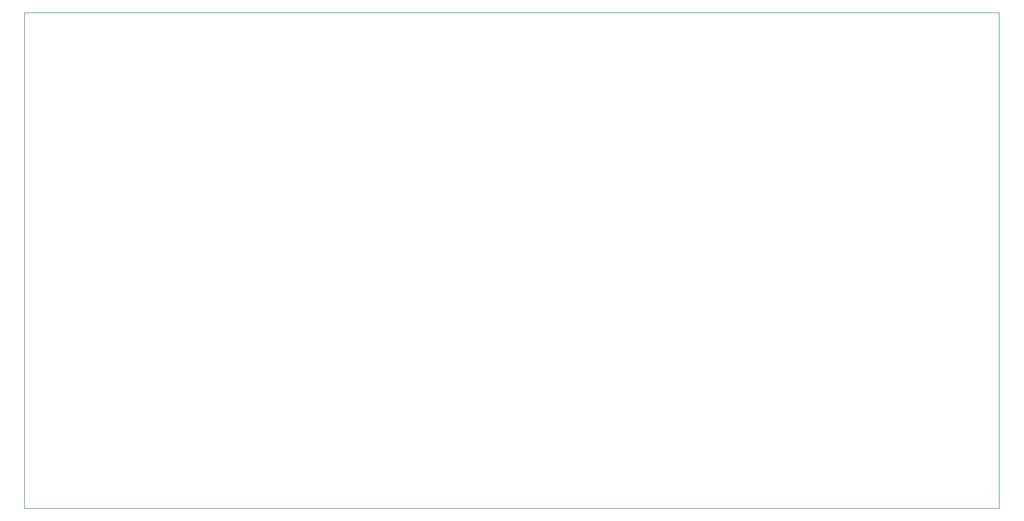
<source format=gbr>
G04 #@! TF.GenerationSoftware,KiCad,Pcbnew,5.1.6-c6e7f7d~86~ubuntu18.04.1*
G04 #@! TF.CreationDate,2021-05-02T12:58:02+02:00*
G04 #@! TF.ProjectId,MSX1,4d535831-2e6b-4696-9361-645f70636258,rev?*
G04 #@! TF.SameCoordinates,Original*
G04 #@! TF.FileFunction,Profile,NP*
%FSLAX46Y46*%
G04 Gerber Fmt 4.6, Leading zero omitted, Abs format (unit mm)*
G04 Created by KiCad (PCBNEW 5.1.6-c6e7f7d~86~ubuntu18.04.1) date 2021-05-02 12:58:02*
%MOMM*%
%LPD*%
G01*
G04 APERTURE LIST*
G04 #@! TA.AperFunction,Profile*
%ADD10C,0.150000*%
G04 #@! TD*
G04 APERTURE END LIST*
D10*
X82550000Y-62865000D02*
X85090000Y-62865000D01*
X82550000Y-210185000D02*
X82550000Y-62865000D01*
X372110000Y-210185000D02*
X82550000Y-210185000D01*
X372110000Y-62865000D02*
X372110000Y-210185000D01*
X85090000Y-62865000D02*
X372110000Y-62865000D01*
M02*

</source>
